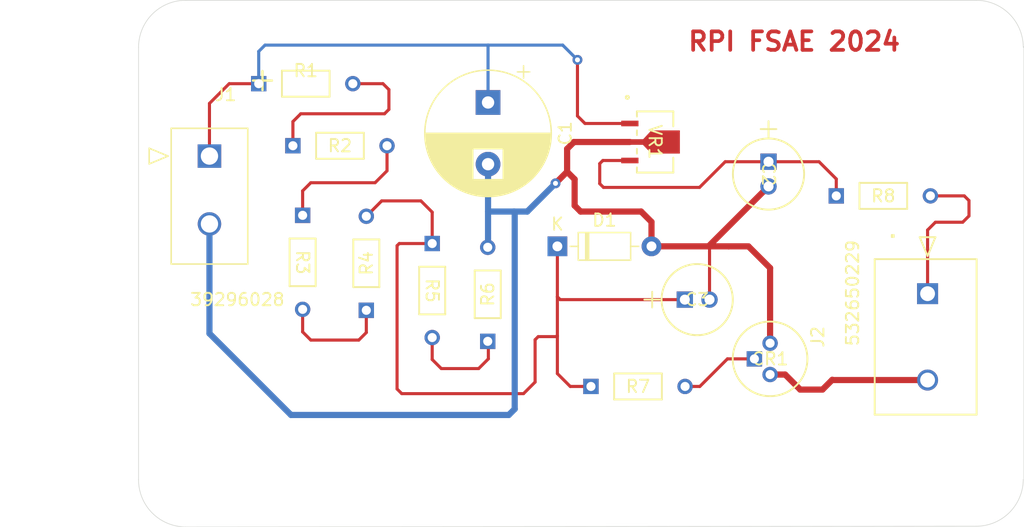
<source format=kicad_pcb>
(kicad_pcb (version 20221018) (generator pcbnew)
  (layers (0 "F.Cu" signal) (31 "B.Cu" signal) (34 "B.Paste" user) (35 "F.Paste" user) (36 "B.SilkS" user "B.Silkscreen") (37 "F.SilkS" user "F.Silkscreen") (38 "B.Mask" user) (39 "F.Mask" user) (44 "Edge.Cuts" user))
  (net 0 "")
  (footprint "TSAL-HVM:STA_RNMF14_STP" (layer "F.Cu") (at 120.572123 95.300323 -90)
    (fp_text reference "R3" (at 3.81 0 -90 unlocked) (layer "F.SilkS"))
    (fp_text value "240K")
    (fp_line (start 1.8796 -1.0541) (end 1.8796 1.0541) (stroke (width 0.1524)) (layer "F.SilkS"))
    (fp_line (start 1.8796 1.0541) (end 5.7404 1.0541) (stroke (width 0.1524)) (layer "F.SilkS"))
    (fp_line (start 5.7404 -1.0541) (end 1.8796 -1.0541) (stroke (width 0.1524)) (layer "F.SilkS"))
    (fp_line (start 5.7404 1.0541) (end 5.7404 -1.0541) (stroke (width 0.1524)) (layer "F.SilkS"))
    (pad "1" thru_hole rect (at 0 0 270) (size 1.2446 1.2446) (drill 0.7366) (layers "*.Cu" "*.Mask"))
    (pad "2" thru_hole circle (at 7.62 0 270) (size 1.2446 1.2446) (drill 0.7366) (layers "*.Cu" "*.Mask"))
  )
  (footprint "TSAL-HVM:CAP_WCAP-ATG5_5x11_WRE" (layer "F.Cu") (at 151.515923 102.132923)
    (fp_text reference "C3" (at 1 0 unlocked) (layer "F.SilkS"))
    (fp_text value "22UF")
    (fp_line (start -3.2799 0) (end -2.0099 0) (stroke (width 0.1524)) (layer "F.SilkS"))
    (fp_line (start -2.6449 -0.635) (end -2.6449 0.635) (stroke (width 0.1524)) (layer "F.SilkS"))
    (fp_circle (center 1 0) (end 3.8829 0) (stroke (width 0.1524)) (fill none) (layer "F.SilkS"))
    (pad "1" thru_hole rect (at 0 0) (size 1.3208 1.3208) (drill 0.8128) (layers "*.Cu" "*.Mask"))
    (pad "2" thru_hole circle (at 2 0) (size 1.3208 1.3208) (drill 0.8128) (layers "*.Cu" "*.Mask"))
  )
  (footprint "Diode_THT:D_DO-35_SOD27_P7.62mm_Horizontal" (layer "F.Cu") (at 141.196923 97.814923)
    (fp_text reference "D1" (at 3.81 -2.12) (layer "F.SilkS"))
    (fp_text value "1N5226BTR")
    (fp_text user "K" (at 0 -1.8) (layer "F.SilkS"))
    (fp_line (start 1.04 0) (end 1.69 0) (stroke (width 0.12)) (layer "F.SilkS"))
    (fp_line (start 1.69 -1.12) (end 1.69 1.12) (stroke (width 0.12)) (layer "F.SilkS"))
    (fp_line (start 1.69 1.12) (end 5.93 1.12) (stroke (width 0.12)) (layer "F.SilkS"))
    (fp_line (start 2.29 -1.12) (end 2.29 1.12) (stroke (width 0.12)) (layer "F.SilkS"))
    (fp_line (start 2.41 -1.12) (end 2.41 1.12) (stroke (width 0.12)) (layer "F.SilkS"))
    (fp_line (start 2.53 -1.12) (end 2.53 1.12) (stroke (width 0.12)) (layer "F.SilkS"))
    (fp_line (start 5.93 -1.12) (end 1.69 -1.12) (stroke (width 0.12)) (layer "F.SilkS"))
    (fp_line (start 5.93 1.12) (end 5.93 -1.12) (stroke (width 0.12)) (layer "F.SilkS"))
    (fp_line (start 6.58 0) (end 5.93 0) (stroke (width 0.12)) (layer "F.SilkS"))
    (pad "1" thru_hole rect (at 0 0) (size 1.6 1.6) (drill 0.8) (layers "*.Cu" "*.Mask"))
    (pad "2" thru_hole oval (at 7.62 0) (size 1.6 1.6) (drill 0.8) (layers "*.Cu" "*.Mask"))
  )
  (footprint "TSAL-HVM:STA_RNMF14_STP" (layer "F.Cu") (at 119.784723 89.661523)
    (fp_text reference "R2" (at 3.81 0 unlocked) (layer "F.SilkS"))
    (fp_text value "240K")
    (fp_line (start 1.8796 -1.0541) (end 1.8796 1.0541) (stroke (width 0.1524)) (layer "F.SilkS"))
    (fp_line (start 1.8796 1.0541) (end 5.7404 1.0541) (stroke (width 0.1524)) (layer "F.SilkS"))
    (fp_line (start 5.7404 -1.0541) (end 1.8796 -1.0541) (stroke (width 0.1524)) (layer "F.SilkS"))
    (fp_line (start 5.7404 1.0541) (end 5.7404 -1.0541) (stroke (width 0.1524)) (layer "F.SilkS"))
    (pad "1" thru_hole rect (at 0 0) (size 1.2446 1.2446) (drill 0.7366) (layers "*.Cu" "*.Mask"))
    (pad "2" thru_hole circle (at 7.62 0) (size 1.2446 1.2446) (drill 0.7366) (layers "*.Cu" "*.Mask"))
  )
  (footprint "TSAL-HVM:SOT-89-3_2P7X4P7_ONS-L" (layer "F.Cu") (at 149.109023 89.358123 -90)
    (fp_text reference "VR1" (at 0 0 -90 unlocked) (layer "F.SilkS"))
    (fp_text value "NCP785AH33T1G")
    (fp_poly (pts (xy -0.2286 1.3462) (xy -0.2286 0.9652) (xy -0.9398 0.3048) (xy -0.9398 -2.0066) (xy 0.9398 -2.0066) (xy 0.9398 0.3048) (xy 0.2286 0.9906) (xy 0.2286 1.3462)) (fill solid) (layer "F.Cu"))
    (fp_line (start -2.4765 -1.4732) (end -2.4765 1.4732) (stroke (width 0.1524)) (layer "F.SilkS"))
    (fp_line (start -2.4765 1.4732) (end -2.06134 1.4732) (stroke (width 0.1524)) (layer "F.SilkS"))
    (fp_line (start -1.27254 -1.4732) (end -2.4765 -1.4732) (stroke (width 0.1524)) (layer "F.SilkS"))
    (fp_line (start -0.93866 1.4732) (end -0.56134 1.4732) (stroke (width 0.1524)) (layer "F.SilkS"))
    (fp_line (start 0.56134 1.4732) (end 0.93866 1.4732) (stroke (width 0.1524)) (layer "F.SilkS"))
    (fp_line (start 2.06134 1.4732) (end 2.4765 1.4732) (stroke (width 0.1524)) (layer "F.SilkS"))
    (fp_line (start 2.4765 -1.4732) (end 1.27254 -1.4732) (stroke (width 0.1524)) (layer "F.SilkS"))
    (fp_line (start 2.4765 1.4732) (end 2.4765 -1.4732) (stroke (width 0.1524)) (layer "F.SilkS"))
    (fp_circle (center -3.6195 2.2479) (end -3.4925 2.2479) (stroke (width 0.1524)) (fill none) (layer "F.SilkS"))
    (pad "1" smd rect (at -1.5 2.0447 270) (size 0.4572 1.397) (layers "F.Cu" "F.Paste" "F.Mask"))
    (pad "2" smd rect (at 0 2.0447 270) (size 0.4572 1.397) (layers "F.Cu" "F.Paste" "F.Mask"))
    (pad "3" smd rect (at 1.5 2.0447 270) (size 0.4572 1.397) (layers "F.Cu" "F.Paste" "F.Mask"))
  )
  (footprint "TSAL-HVM:STA_RNMF14_STP" (layer "F.Cu") (at 143.914723 109.168723)
    (fp_text reference "R7" (at 3.81 0 unlocked) (layer "F.SilkS"))
    (fp_text value "10K")
    (fp_line (start 1.8796 -1.0541) (end 1.8796 1.0541) (stroke (width 0.1524)) (layer "F.SilkS"))
    (fp_line (start 1.8796 1.0541) (end 5.7404 1.0541) (stroke (width 0.1524)) (layer "F.SilkS"))
    (fp_line (start 5.7404 -1.0541) (end 1.8796 -1.0541) (stroke (width 0.1524)) (layer "F.SilkS"))
    (fp_line (start 5.7404 1.0541) (end 5.7404 -1.0541) (stroke (width 0.1524)) (layer "F.SilkS"))
    (pad "1" thru_hole rect (at 0 0) (size 1.2446 1.2446) (drill 0.7366) (layers "*.Cu" "*.Mask"))
    (pad "2" thru_hole circle (at 7.62 0) (size 1.2446 1.2446) (drill 0.7366) (layers "*.Cu" "*.Mask"))
  )
  (footprint "TSAL-HVM:STA_RNMF14_STP" (layer "F.Cu") (at 135.558123 105.511123 90)
    (fp_text reference "R6" (at 3.81 0 90 unlocked) (layer "F.SilkS"))
    (fp_text value "1K")
    (fp_line (start 1.8796 -1.0541) (end 1.8796 1.0541) (stroke (width 0.1524)) (layer "F.SilkS"))
    (fp_line (start 1.8796 1.0541) (end 5.7404 1.0541) (stroke (width 0.1524)) (layer "F.SilkS"))
    (fp_line (start 5.7404 -1.0541) (end 1.8796 -1.0541) (stroke (width 0.1524)) (layer "F.SilkS"))
    (fp_line (start 5.7404 1.0541) (end 5.7404 -1.0541) (stroke (width 0.1524)) (layer "F.SilkS"))
    (pad "1" thru_hole rect (at 0 0 90) (size 1.2446 1.2446) (drill 0.7366) (layers "*.Cu" "*.Mask"))
    (pad "2" thru_hole circle (at 7.62 0 90) (size 1.2446 1.2446) (drill 0.7366) (layers "*.Cu" "*.Mask"))
  )
  (footprint "TSAL-HVM:STA_RNMF14_STP" (layer "F.Cu") (at 125.728323 102.996523 90)
    (fp_text reference "R4" (at 3.81 0 90 unlocked) (layer "F.SilkS"))
    (fp_text value "240K")
    (fp_line (start 1.8796 -1.0541) (end 1.8796 1.0541) (stroke (width 0.1524)) (layer "F.SilkS"))
    (fp_line (start 1.8796 1.0541) (end 5.7404 1.0541) (stroke (width 0.1524)) (layer "F.SilkS"))
    (fp_line (start 5.7404 -1.0541) (end 1.8796 -1.0541) (stroke (width 0.1524)) (layer "F.SilkS"))
    (fp_line (start 5.7404 1.0541) (end 5.7404 -1.0541) (stroke (width 0.1524)) (layer "F.SilkS"))
    (pad "1" thru_hole rect (at 0 0 90) (size 1.2446 1.2446) (drill 0.7366) (layers "*.Cu" "*.Mask"))
    (pad "2" thru_hole circle (at 7.62 0 90) (size 1.2446 1.2446) (drill 0.7366) (layers "*.Cu" "*.Mask"))
  )
  (footprint "TSAL-HVM:STA_RNMF14_STP" (layer "F.Cu") (at 131.062323 97.586323 -90)
    (fp_text reference "R5" (at 3.81 0 -90 unlocked) (layer "F.SilkS"))
    (fp_text value "20K")
    (fp_line (start 1.8796 -1.0541) (end 1.8796 1.0541) (stroke (width 0.1524)) (layer "F.SilkS"))
    (fp_line (start 1.8796 1.0541) (end 5.7404 1.0541) (stroke (width 0.1524)) (layer "F.SilkS"))
    (fp_line (start 5.7404 -1.0541) (end 1.8796 -1.0541) (stroke (width 0.1524)) (layer "F.SilkS"))
    (fp_line (start 5.7404 1.0541) (end 5.7404 -1.0541) (stroke (width 0.1524)) (layer "F.SilkS"))
    (pad "1" thru_hole rect (at 0 0 270) (size 1.2446 1.2446) (drill 0.7366) (layers "*.Cu" "*.Mask"))
    (pad "2" thru_hole circle (at 7.62 0 270) (size 1.2446 1.2446) (drill 0.7366) (layers "*.Cu" "*.Mask"))
  )
  (footprint "TSAL-HVM:STA_RNMF14_STP" (layer "F.Cu") (at 117.016123 84.632323)
    (fp_text reference "R1" (at 3.81 -1.0541 unlocked) (layer "F.SilkS"))
    (fp_text value "240K")
    (fp_line (start 1.8796 -1.0541) (end 1.8796 1.0541) (stroke (width 0.1524)) (layer "F.SilkS"))
    (fp_line (start 1.8796 1.0541) (end 5.7404 1.0541) (stroke (width 0.1524)) (layer "F.SilkS"))
    (fp_line (start 5.7404 -1.0541) (end 1.8796 -1.0541) (stroke (width 0.1524)) (layer "F.SilkS"))
    (fp_line (start 5.7404 1.0541) (end 5.7404 -1.0541) (stroke (width 0.1524)) (layer "F.SilkS"))
    (pad "1" thru_hole rect (at 0 0) (size 1.2446 1.2446) (drill 0.7366) (layers "*.Cu" "*.Mask"))
    (pad "2" thru_hole circle (at 7.62 0) (size 1.2446 1.2446) (drill 0.7366) (layers "*.Cu" "*.Mask"))
  )
  (footprint "TSAL-HVM:CAP_WCAP-ATG5_5x11_WRE" (layer "F.Cu") (at 158.291123 90.956923 -90)
    (fp_text reference "C2" (at 1 0 -90 unlocked) (layer "F.SilkS"))
    (fp_text value "22UF")
    (fp_line (start -3.2799 0) (end -2.0099 0) (stroke (width 0.1524)) (layer "F.SilkS"))
    (fp_line (start -2.6449 -0.635) (end -2.6449 0.635) (stroke (width 0.1524)) (layer "F.SilkS"))
    (fp_circle (center 1 0) (end 3.8829 0) (stroke (width 0.1524)) (fill none) (layer "F.SilkS"))
    (pad "1" thru_hole rect (at 0 0 270) (size 1.3208 1.3208) (drill 0.8128) (layers "*.Cu" "*.Mask"))
    (pad "2" thru_hole circle (at 2 0 270) (size 1.3208 1.3208) (drill 0.8128) (layers "*.Cu" "*.Mask"))
  )
  (footprint "TSAL-HVM:CON_532650229_MOL" (layer "F.Cu") (at 171.168923 101.650323 90)
    (fp_text reference "J2" (at -3.499988 -8.89 90 unlocked) (layer "F.SilkS"))
    (fp_text value "532650229")
    (fp_text user "532650229" (at 0.050323 -6.068923 90 unlocked) (layer "F.SilkS"))
    (fp_line (start -9.799975 -4.280002) (end -9.799975 3.97) (stroke (width 0.1524)) (layer "F.SilkS"))
    (fp_line (start -9.799975 3.97) (end 2.799999 3.97) (stroke (width 0.1524)) (layer "F.SilkS"))
    (fp_line (start 2.799999 -4.280002) (end -9.799975 -4.280002) (stroke (width 0.1524)) (layer "F.SilkS"))
    (fp_line (start 2.799999 3.97) (end 2.799999 -4.280002) (stroke (width 0.1524)) (layer "F.SilkS"))
    (fp_line (start 3.053999 0) (end 4.578 -0.635) (stroke (width 0.1524)) (layer "F.SilkS"))
    (fp_line (start 4.578 -0.635) (end 4.578 0.635) (stroke (width 0.1524)) (layer "F.SilkS"))
    (fp_line (start 4.578 0.635) (end 3.053999 0) (stroke (width 0.1524)) (layer "F.SilkS"))
    (pad "1" thru_hole rect (at 0 0 90) (size 1.7 1.7) (drill 1.2) (layers "*.Cu" "*.Mask"))
    (pad "2" thru_hole circle (at -6.999999 0 90) (size 1.7 1.7) (drill 1.2) (layers "*.Cu" "*.Mask"))
  )
  (footprint "TSAL-HVM:TO-18_STM" (layer "F.Cu") (at 157.148123 106.933523)
    (fp_text reference "CR1" (at 1.27 0 unlocked) (layer "F.SilkS"))
    (fp_text value "2N2222A")
    (fp_circle (center 1.27 0) (end 4.2926 0) (stroke (width 0.1524)) (fill none) (layer "F.SilkS"))
    (pad "1" thru_hole rect (at 0 0) (size 1.2446 1.2446) (drill 0.7366) (layers "*.Cu" "*.Mask"))
    (pad "2" thru_hole circle (at 1.27 1.27) (size 1.2446 1.2446) (drill 0.7366) (layers "*.Cu" "*.Mask"))
    (pad "3" thru_hole circle (at 1.27 -1.27) (size 1.2446 1.2446) (drill 0.7366) (layers "*.Cu" "*.Mask"))
  )
  (footprint "Capacitor_THT:CP_Radial_D10.0mm_P5.00mm" (layer "F.Cu") (at 135.583523 86.156323 -90)
    (fp_text reference "C1" (at 2.5 -6.25 90) (layer "F.SilkS"))
    (fp_text value "2.2UF")
    (fp_line (start -2.979646 -2.875) (end -1.979646 -2.875) (stroke (width 0.12)) (layer "F.SilkS"))
    (fp_line (start -2.479646 -3.375) (end -2.479646 -2.375) (stroke (width 0.12)) (layer "F.SilkS"))
    (fp_line (start 2.5 -5.08) (end 2.5 5.08) (stroke (width 0.12)) (layer "F.SilkS"))
    (fp_line (start 2.54 -5.08) (end 2.54 5.08) (stroke (width 0.12)) (layer "F.SilkS"))
    (fp_line (start 2.58 -5.08) (end 2.58 5.08) (stroke (width 0.12)) (layer "F.SilkS"))
    (fp_line (start 2.62 -5.079) (end 2.62 5.079) (stroke (width 0.12)) (layer "F.SilkS"))
    (fp_line (start 2.66 -5.078) (end 2.66 5.078) (stroke (width 0.12)) (layer "F.SilkS"))
    (fp_line (start 2.7 -5.077) (end 2.7 5.077) (stroke (width 0.12)) (layer "F.SilkS"))
    (fp_line (start 2.74 -5.075) (end 2.74 5.075) (stroke (width 0.12)) (layer "F.SilkS"))
    (fp_line (start 2.78 -5.073) (end 2.78 5.073) (stroke (width 0.12)) (layer "F.SilkS"))
    (fp_line (start 2.82 -5.07) (end 2.82 5.07) (stroke (width 0.12)) (layer "F.SilkS"))
    (fp_line (start 2.86 -5.068) (end 2.86 5.068) (stroke (width 0.12)) (layer "F.SilkS"))
    (fp_line (start 2.9 -5.065) (end 2.9 5.065) (stroke (width 0.12)) (layer "F.SilkS"))
    (fp_line (start 2.94 -5.062) (end 2.94 5.062) (stroke (width 0.12)) (layer "F.SilkS"))
    (fp_line (start 2.98 -5.058) (end 2.98 5.058) (stroke (width 0.12)) (layer "F.SilkS"))
    (fp_line (start 3.02 -5.054) (end 3.02 5.054) (stroke (width 0.12)) (layer "F.SilkS"))
    (fp_line (start 3.06 -5.05) (end 3.06 5.05) (stroke (width 0.12)) (layer "F.SilkS"))
    (fp_line (start 3.1 -5.045) (end 3.1 5.045) (stroke (width 0.12)) (layer "F.SilkS"))
    (fp_line (start 3.14 -5.04) (end 3.14 5.04) (stroke (width 0.12)) (layer "F.SilkS"))
    (fp_line (start 3.18 -5.035) (end 3.18 5.035) (stroke (width 0.12)) (layer "F.SilkS"))
    (fp_line (start 3.221 -5.03) (end 3.221 5.03) (stroke (width 0.12)) (layer "F.SilkS"))
    (fp_line (start 3.261 -5.024) (end 3.261 5.024) (stroke (width 0.12)) (layer "F.SilkS"))
    (fp_line (start 3.301 -5.018) (end 3.301 5.018) (stroke (width 0.12)) (layer "F.SilkS"))
    (fp_line (start 3.341 -5.011) (end 3.341 5.011) (stroke (width 0.12)) (layer "F.SilkS"))
    (fp_line (start 3.381 -5.004) (end 3.381 5.004) (stroke (width 0.12)) (layer "F.SilkS"))
    (fp_line (start 3.421 -4.997) (end 3.421 4.997) (stroke (width 0.12)) (layer "F.SilkS"))
    (fp_line (start 3.461 -4.99) (end 3.461 4.99) (stroke (width 0.12)) (layer "F.SilkS"))
    (fp_line (start 3.501 -4.982) (end 3.501 4.982) (stroke (width 0.12)) (layer "F.SilkS"))
    (fp_line (start 3.541 -4.974) (end 3.541 4.974) (stroke (width 0.12)) (layer "F.SilkS"))
    (fp_line (start 3.581 -4.965) (end 3.581 4.965) (stroke (width 0.12)) (layer "F.SilkS"))
    (fp_line (start 3.621 -4.956) (end 3.621 4.956) (stroke (width 0.12)) (layer "F.SilkS"))
    (fp_line (start 3.661 -4.947) (end 3.661 4.947) (stroke (width 0.12)) (layer "F.SilkS"))
    (fp_line (start 3.701 -4.938) (end 3.701 4.938) (stroke (width 0.12)) (layer "F.SilkS"))
    (fp_line (start 3.741 -4.928) (end 3.741 4.928) (stroke (width 0.12)) (layer "F.SilkS"))
    (fp_line (start 3.781 -4.918) (end 3.781 -1.241) (stroke (width 0.12)) (layer "F.SilkS"))
    (fp_line (start 3.781 1.241) (end 3.781 4.918) (stroke (width 0.12)) (layer "F.SilkS"))
    (fp_line (start 3.821 -4.907) (end 3.821 -1.241) (stroke (width 0.12)) (layer "F.SilkS"))
    (fp_line (start 3.821 1.241) (end 3.821 4.907) (stroke (width 0.12)) (layer "F.SilkS"))
    (fp_line (start 3.861 -4.897) (end 3.861 -1.241) (stroke (width 0.12)) (layer "F.SilkS"))
    (fp_line (start 3.861 1.241) (end 3.861 4.897) (stroke (width 0.12)) (layer "F.SilkS"))
    (fp_line (start 3.901 -4.885) (end 3.901 -1.241) (stroke (width 0.12)) (layer "F.SilkS"))
    (fp_line (start 3.901 1.241) (end 3.901 4.885) (stroke (width 0.12)) (layer "F.SilkS"))
    (fp_line (start 3.941 -4.874) (end 3.941 -1.241) (stroke (width 0.12)) (layer "F.SilkS"))
    (fp_line (start 3.941 1.241) (end 3.941 4.874) (stroke (width 0.12)) (layer "F.SilkS"))
    (fp_line (start 3.981 -4.862) (end 3.981 -1.241) (stroke (width 0.12)) (layer "F.SilkS"))
    (fp_line (start 3.981 1.241) (end 3.981 4.862) (stroke (width 0.12)) (layer "F.SilkS"))
    (fp_line (start 4.021 -4.85) (end 4.021 -1.241) (stroke (width 0.12)) (layer "F.SilkS"))
    (fp_line (start 4.021 1.241) (end 4.021 4.85) (stroke (width 0.12)) (layer "F.SilkS"))
    (fp_line (start 4.061 -4.837) (end 4.061 -1.241) (stroke (width 0.12)) (layer "F.SilkS"))
    (fp_line (start 4.061 1.241) (end 4.061 4.837) (stroke (width 0.12)) (layer "F.SilkS"))
    (fp_line (start 4.101 -4.824) (end 4.101 -1.241) (stroke (width 0.12)) (layer "F.SilkS"))
    (fp_line (start 4.101 1.241) (end 4.101 4.824) (stroke (width 0.12)) (layer "F.SilkS"))
    (fp_line (start 4.141 -4.811) (end 4.141 -1.241) (stroke (width 0.12)) (layer "F.SilkS"))
    (fp_line (start 4.141 1.241) (end 4.141 4.811) (stroke (width 0.12)) (layer "F.SilkS"))
    (fp_line (start 4.181 -4.797) (end 4.181 -1.241) (stroke (width 0.12)) (layer "F.SilkS"))
    (fp_line (start 4.181 1.241) (end 4.181 4.797) (stroke (width 0.12)) (layer "F.SilkS"))
    (fp_line (start 4.221 -4.783) (end 4.221 -1.241) (stroke (width 0.12)) (layer "F.SilkS"))
    (fp_line (start 4.221 1.241) (end 4.221 4.783) (stroke (width 0.12)) (layer "F.SilkS"))
    (fp_line (start 4.261 -4.768) (end 4.261 -1.241) (stroke (width 0.12)) (layer "F.SilkS"))
    (fp_line (start 4.261 1.241) (end 4.261 4.768) (stroke (width 0.12)) (layer "F.SilkS"))
    (fp_line (start 4.301 -4.754) (end 4.301 -1.241) (stroke (width 0.12)) (layer "F.SilkS"))
    (fp_line (start 4.301 1.241) (end 4.301 4.754) (stroke (width 0.12)) (layer "F.SilkS"))
    (fp_line (start 4.341 -4.738) (end 4.341 -1.241) (stroke (width 0.12)) (layer "F.SilkS"))
    (fp_line (start 4.341 1.241) (end 4.341 4.738) (stroke (width 0.12)) (layer "F.SilkS"))
    (fp_line (start 4.381 -4.723) (end 4.381 -1.241) (stroke (width 0.12)) (layer "F.SilkS"))
    (fp_line (start 4.381 1.241) (end 4.381 4.723) (stroke (width 0.12)) (layer "F.SilkS"))
    (fp_line (start 4.421 -4.707) (end 4.421 -1.241) (stroke (width 0.12)) (layer "F.SilkS"))
    (fp_line (start 4.421 1.241) (end 4.421 4.707) (stroke (width 0.12)) (layer "F.SilkS"))
    (fp_line (start 4.461 -4.69) (end 4.461 -1.241) (stroke (width 0.12)) (layer "F.SilkS"))
    (fp_line (start 4.461 1.241) (end 4.461 4.69) (stroke (width 0.12)) (layer "F.SilkS"))
    (fp_line (start 4.501 -4.674) (end 4.501 -1.241) (stroke (width 0.12)) (layer "F.SilkS"))
    (fp_line (start 4.501 1.241) (end 4.501 4.674) (stroke (width 0.12)) (layer "F.SilkS"))
    (fp_line (start 4.541 -4.657) (end 4.541 -1.241) (stroke (width 0.12)) (layer "F.SilkS"))
    (fp_line (start 4.541 1.241) (end 4.541 4.657) (stroke (width 0.12)) (layer "F.SilkS"))
    (fp_line (start 4.581 -4.639) (end 4.581 -1.241) (stroke (width 0.12)) (layer "F.SilkS"))
    (fp_line (start 4.581 1.241) (end 4.581 4.639) (stroke (width 0.12)) (layer "F.SilkS"))
    (fp_line (start 4.621 -4.621) (end 4.621 -1.241) (stroke (width 0.12)) (layer "F.SilkS"))
    (fp_line (start 4.621 1.241) (end 4.621 4.621) (stroke (width 0.12)) (layer "F.SilkS"))
    (fp_line (start 4.661 -4.603) (end 4.661 -1.241) (stroke (width 0.12)) (layer "F.SilkS"))
    (fp_line (start 4.661 1.241) (end 4.661 4.603) (stroke (width 0.12)) (layer "F.SilkS"))
    (fp_line (start 4.701 -4.584) (end 4.701 -1.241) (stroke (width 0.12)) (layer "F.SilkS"))
    (fp_line (start 4.701 1.241) (end 4.701 4.584) (stroke (width 0.12)) (layer "F.SilkS"))
    (fp_line (start 4.741 -4.564) (end 4.741 -1.241) (stroke (width 0.12)) (layer "F.SilkS"))
    (fp_line (start 4.741 1.241) (end 4.741 4.564) (stroke (width 0.12)) (layer "F.SilkS"))
    (fp_line (start 4.781 -4.545) (end 4.781 -1.241) (stroke (width 0.12)) (layer "F.SilkS"))
    (fp_line (start 4.781 1.241) (end 4.781 4.545) (stroke (width 0.12)) (layer "F.SilkS"))
    (fp_line (start 4.821 -4.525) (end 4.821 -1.241) (stroke (width 0.12)) (layer "F.SilkS"))
    (fp_line (start 4.821 1.241) (end 4.821 4.525) (stroke (width 0.12)) (layer "F.SilkS"))
    (fp_line (start 4.861 -4.504) (end 4.861 -1.241) (stroke (width 0.12)) (layer "F.SilkS"))
    (fp_line (start 4.861 1.241) (end 4.861 4.504) (stroke (width 0.12)) (layer "F.SilkS"))
    (fp_line (start 4.901 -4.483) (end 4.901 -1.241) (stroke (width 0.12)) (layer "F.SilkS"))
    (fp_line (start 4.901 1.241) (end 4.901 4.483) (stroke (width 0.12)) (layer "F.SilkS"))
    (fp_line (start 4.941 -4.462) (end 4.941 -1.241) (stroke (width 0.12)) (layer "F.SilkS"))
    (fp_line (start 4.941 1.241) (end 4.941 4.462) (stroke (width 0.12)) (layer "F.SilkS"))
    (fp_line (start 4.981 -4.44) (end 4.981 -1.241) (stroke (width 0.12)) (layer "F.SilkS"))
    (fp_line (start 4.981 1.241) (end 4.981 4.44) (stroke (width 0.12)) (layer "F.SilkS"))
    (fp_line (start 5.021 -4.417) (end 5.021 -1.241) (stroke (width 0.12)) (layer "F.SilkS"))
    (fp_line (start 5.021 1.241) (end 5.021 4.417) (stroke (width 0.12)) (layer "F.SilkS"))
    (fp_line (start 5.061 -4.395) (end 5.061 -1.241) (stroke (width 0.12)) (layer "F.SilkS"))
    (fp_line (start 5.061 1.241) (end 5.061 4.395) (stroke (width 0.12)) (layer "F.SilkS"))
    (fp_line (start 5.101 -4.371) (end 5.101 -1.241) (stroke (width 0.12)) (layer "F.SilkS"))
    (fp_line (start 5.101 1.241) (end 5.101 4.371) (stroke (width 0.12)) (layer "F.SilkS"))
    (fp_line (start 5.141 -4.347) (end 5.141 -1.241) (stroke (width 0.12)) (layer "F.SilkS"))
    (fp_line (start 5.141 1.241) (end 5.141 4.347) (stroke (width 0.12)) (layer "F.SilkS"))
    (fp_line (start 5.181 -4.323) (end 5.181 -1.241) (stroke (width 0.12)) (layer "F.SilkS"))
    (fp_line (start 5.181 1.241) (end 5.181 4.323) (stroke (width 0.12)) (layer "F.SilkS"))
    (fp_line (start 5.221 -4.298) (end 5.221 -1.241) (stroke (width 0.12)) (layer "F.SilkS"))
    (fp_line (start 5.221 1.241) (end 5.221 4.298) (stroke (width 0.12)) (layer "F.SilkS"))
    (fp_line (start 5.261 -4.273) (end 5.261 -1.241) (stroke (width 0.12)) (layer "F.SilkS"))
    (fp_line (start 5.261 1.241) (end 5.261 4.273) (stroke (width 0.12)) (layer "F.SilkS"))
    (fp_line (start 5.301 -4.247) (end 5.301 -1.241) (stroke (width 0.12)) (layer "F.SilkS"))
    (fp_line (start 5.301 1.241) (end 5.301 4.247) (stroke (width 0.12)) (layer "F.SilkS"))
    (fp_line (start 5.341 -4.221) (end 5.341 -1.241) (stroke (width 0.12)) (layer "F.SilkS"))
    (fp_line (start 5.341 1.241) (end 5.341 4.221) (stroke (width 0.12)) (layer "F.SilkS"))
    (fp_line (start 5.381 -4.194) (end 5.381 -1.241) (stroke (width 0.12)) (layer "F.SilkS"))
    (fp_line (start 5.381 1.241) (end 5.381 4.194) (stroke (width 0.12)) (layer "F.SilkS"))
    (fp_line (start 5.421 -4.166) (end 5.421 -1.241) (stroke (width 0.12)) (layer "F.SilkS"))
    (fp_line (start 5.421 1.241) (end 5.421 4.166) (stroke (width 0.12)) (layer "F.SilkS"))
    (fp_line (start 5.461 -4.138) (end 5.461 -1.241) (stroke (width 0.12)) (layer "F.SilkS"))
    (fp_line (start 5.461 1.241) (end 5.461 4.138) (stroke (width 0.12)) (layer "F.SilkS"))
    (fp_line (start 5.501 -4.11) (end 5.501 -1.241) (stroke (width 0.12)) (layer "F.SilkS"))
    (fp_line (start 5.501 1.241) (end 5.501 4.11) (stroke (width 0.12)) (layer "F.SilkS"))
    (fp_line (start 5.541 -4.08) (end 5.541 -1.241) (stroke (width 0.12)) (layer "F.SilkS"))
    (fp_line (start 5.541 1.241) (end 5.541 4.08) (stroke (width 0.12)) (layer "F.SilkS"))
    (fp_line (start 5.581 -4.05) (end 5.581 -1.241) (stroke (width 0.12)) (layer "F.SilkS"))
    (fp_line (start 5.581 1.241) (end 5.581 4.05) (stroke (width 0.12)) (layer "F.SilkS"))
    (fp_line (start 5.621 -4.02) (end 5.621 -1.241) (stroke (width 0.12)) (layer "F.SilkS"))
    (fp_line (start 5.621 1.241) (end 5.621 4.02) (stroke (width 0.12)) (layer "F.SilkS"))
    (fp_line (start 5.661 -3.989) (end 5.661 -1.241) (stroke (width 0.12)) (layer "F.SilkS"))
    (fp_line (start 5.661 1.241) (end 5.661 3.989) (stroke (width 0.12)) (layer "F.SilkS"))
    (fp_line (start 5.701 -3.957) (end 5.701 -1.241) (stroke (width 0.12)) (layer "F.SilkS"))
    (fp_line (start 5.701 1.241) (end 5.701 3.957) (stroke (width 0.12)) (layer "F.SilkS"))
    (fp_line (start 5.741 -3.925) (end 5.741 -1.241) (stroke (width 0.12)) (layer "F.SilkS"))
    (fp_line (start 5.741 1.241) (end 5.741 3.925) (stroke (width 0.12)) (layer "F.SilkS"))
    (fp_line (start 5.781 -3.892) (end 5.781 -1.241) (stroke (width 0.12)) (layer "F.SilkS"))
    (fp_line (start 5.781 1.241) (end 5.781 3.892) (stroke (width 0.12)) (layer "F.SilkS"))
    (fp_line (start 5.821 -3.858) (end 5.821 -1.241) (stroke (width 0.12)) (layer "F.SilkS"))
    (fp_line (start 5.821 1.241) (end 5.821 3.858) (stroke (width 0.12)) (layer "F.SilkS"))
    (fp_line (start 5.861 -3.824) (end 5.861 -1.241) (stroke (width 0.12)) (layer "F.SilkS"))
    (fp_line (start 5.861 1.241) (end 5.861 3.824) (stroke (width 0.12)) (layer "F.SilkS"))
    (fp_line (start 5.901 -3.789) (end 5.901 -1.241) (stroke (width 0.12)) (layer "F.SilkS"))
    (fp_line (start 5.901 1.241) (end 5.901 3.789) (stroke (width 0.12)) (layer "F.SilkS"))
    (fp_line (start 5.941 -3.753) (end 5.941 -1.241) (stroke (width 0.12)) (layer "F.SilkS"))
    (fp_line (start 5.941 1.241) (end 5.941 3.753) (stroke (width 0.12)) (layer "F.SilkS"))
    (fp_line (start 5.981 -3.716) (end 5.981 -1.241) (stroke (width 0.12)) (layer "F.SilkS"))
    (fp_line (start 5.981 1.241) (end 5.981 3.716) (stroke (width 0.12)) (layer "F.SilkS"))
    (fp_line (start 6.021 -3.679) (end 6.021 -1.241) (stroke (width 0.12)) (layer "F.SilkS"))
    (fp_line (start 6.021 1.241) (end 6.021 3.679) (stroke (width 0.12)) (layer "F.SilkS"))
    (fp_line (start 6.061 -3.64) (end 6.061 -1.241) (stroke (width 0.12)) (layer "F.SilkS"))
    (fp_line (start 6.061 1.241) (end 6.061 3.64) (stroke (width 0.12)) (layer "F.SilkS"))
    (fp_line (start 6.101 -3.601) (end 6.101 -1.241) (stroke (width 0.12)) (layer "F.SilkS"))
    (fp_line (start 6.101 1.241) (end 6.101 3.601) (stroke (width 0.12)) (layer "F.SilkS"))
    (fp_line (start 6.141 -3.561) (end 6.141 -1.241) (stroke (width 0.12)) (layer "F.SilkS"))
    (fp_line (start 6.141 1.241) (end 6.141 3.561) (stroke (width 0.12)) (layer "F.SilkS"))
    (fp_line (start 6.181 -3.52) (end 6.181 -1.241) (stroke (width 0.12)) (layer "F.SilkS"))
    (fp_line (start 6.181 1.241) (end 6.181 3.52) (stroke (width 0.12)) (layer "F.SilkS"))
    (fp_line (start 6.221 -3.478) (end 6.221 -1.241) (stroke (width 0.12)) (layer "F.SilkS"))
    (fp_line (start 6.221 1.241) (end 6.221 3.478) (stroke (width 0.12)) (layer "F.SilkS"))
    (fp_line (start 6.261 -3.436) (end 6.261 3.436) (stroke (width 0.12)) (layer "F.SilkS"))
    (fp_line (start 6.301 -3.392) (end 6.301 3.392) (stroke (width 0.12)) (layer "F.SilkS"))
    (fp_line (start 6.341 -3.347) (end 6.341 3.347) (stroke (width 0.12)) (layer "F.SilkS"))
    (fp_line (start 6.381 -3.301) (end 6.381 3.301) (stroke (width 0.12)) (layer "F.SilkS"))
    (fp_line (start 6.421 -3.254) (end 6.421 3.254) (stroke (width 0.12)) (layer "F.SilkS"))
    (fp_line (start 6.461 -3.206) (end 6.461 3.206) (stroke (width 0.12)) (layer "F.SilkS"))
    (fp_line (start 6.501 -3.156) (end 6.501 3.156) (stroke (width 0.12)) (layer "F.SilkS"))
    (fp_line (start 6.541 -3.106) (end 6.541 3.106) (stroke (width 0.12)) (layer "F.SilkS"))
    (fp_line (start 6.581 -3.054) (end 6.581 3.054) (stroke (width 0.12)) (layer "F.SilkS"))
    (fp_line (start 6.621 -3) (end 6.621 3) (stroke (width 0.12)) (layer "F.SilkS"))
    (fp_line (start 6.661 -2.945) (end 6.661 2.945) (stroke (width 0.12)) (layer "F.SilkS"))
    (fp_line (start 6.701 -2.889) (end 6.701 2.889) (stroke (width 0.12)) (layer "F.SilkS"))
    (fp_line (start 6.741 -2.83) (end 6.741 2.83) (stroke (width 0.12)) (layer "F.SilkS"))
    (fp_line (start 6.781 -2.77) (end 6.781 2.77) (stroke (width 0.12)) (layer "F.SilkS"))
    (fp_line (start 6.821 -2.709) (end 6.821 2.709) (stroke (width 0.12)) (layer "F.SilkS"))
    (fp_line (start 6.861 -2.645) (end 6.861 2.645) (stroke (width 0.12)) (layer "F.SilkS"))
    (fp_line (start 6.901 -2.579) (end 6.901 2.579) (stroke (width 0.12)) (layer "F.SilkS"))
    (fp_line (start 6.941 -2.51) (end 6.941 2.51) (stroke (width 0.12)) (layer "F.SilkS"))
    (fp_line (start 6.981 -2.439) (end 6.981 2.439) (stroke (width 0.12)) (layer "F.SilkS"))
    (fp_line (start 7.021 -2.365) (end 7.021 2.365) (stroke (width 0.12)) (layer "F.SilkS"))
    (fp_line (start 7.061 -2.289) (end 7.061 2.289) (stroke (width 0.12)) (layer "F.SilkS"))
    (fp_line (start 7.101 -2.209) (end 7.101 2.209) (stroke (width 0.12)) (layer "F.SilkS"))
    (fp_line (start 7.141 -2.125) (end 7.141 2.125) (stroke (width 0.12)) (layer "F.SilkS"))
    (fp_line (start 7.181 -2.037) (end 7.181 2.037) (stroke (width 0.12)) (layer "F.SilkS"))
    (fp_line (start 7.221 -1.944) (end 7.221 1.944) (stroke (width 0.12)) (layer "F.SilkS"))
    (fp_line (start 7.261 -1.846) (end 7.261 1.846) (stroke (width 0.12)) (layer "F.SilkS"))
    (fp_line (start 7.301 -1.742) (end 7.301 1.742) (stroke (width 0.12)) (layer "F.SilkS"))
    (fp_line (start 7.341 -1.63) (end 7.341 1.63) (stroke (width 0.12)) (layer "F.SilkS"))
    (fp_line (start 7.381 -1.51) (end 7.381 1.51) (stroke (width 0.12)) (layer "F.SilkS"))
    (fp_line (start 7.421 -1.378) (end 7.421 1.378) (stroke (width 0.12)) (layer "F.SilkS"))
    (fp_line (start 7.461 -1.23) (end 7.461 1.23) (stroke (width 0.12)) (layer "F.SilkS"))
    (fp_line (start 7.501 -1.062) (end 7.501 1.062) (stroke (width 0.12)) (layer "F.SilkS"))
    (fp_line (start 7.541 -0.862) (end 7.541 0.862) (stroke (width 0.12)) (layer "F.SilkS"))
    (fp_line (start 7.581 -0.599) (end 7.581 0.599) (stroke (width 0.12)) (layer "F.SilkS"))
    (fp_circle (center 2.5 0) (end 7.62 0) (stroke (width 0.12)) (fill none) (layer "F.SilkS"))
    (pad "1" thru_hole rect (at 0 0 270) (size 2 2) (drill 1) (layers "*.Cu" "*.Mask"))
    (pad "2" thru_hole circle (at 5 0 270) (size 2 2) (drill 1) (layers "*.Cu" "*.Mask"))
  )
  (footprint "TSAL-HVM:STA_RNMF14_STP" (layer "F.Cu") (at 163.777523 93.725523)
    (fp_text reference "R8" (at 3.81 0 unlocked) (layer "F.SilkS"))
    (fp_text value "1K")
    (fp_line (start 1.8796 -1.0541) (end 1.8796 1.0541) (stroke (width 0.1524)) (layer "F.SilkS"))
    (fp_line (start 1.8796 1.0541) (end 5.7404 1.0541) (stroke (width 0.1524)) (layer "F.SilkS"))
    (fp_line (start 5.7404 -1.0541) (end 1.8796 -1.0541) (stroke (width 0.1524)) (layer "F.SilkS"))
    (fp_line (start 5.7404 1.0541) (end 5.7404 -1.0541) (stroke (width 0.1524)) (layer "F.SilkS"))
    (pad "1" thru_hole rect (at 0 0) (size 1.2446 1.2446) (drill 0.7366) (layers "*.Cu" "*.Mask"))
    (pad "2" thru_hole circle (at 7.62 0) (size 1.2446 1.2446) (drill 0.7366) (layers "*.Cu" "*.Mask"))
  )
  (footprint "TSAL-HVM:CON_39296028" (layer "F.Cu") (at 113.028323 90.499723)
    (fp_text reference "J1" (at 1.3208 -4.9784 unlocked) (layer "F.SilkS"))
    (fp_text value "39296028")
    (fp_text user "39296028" (at 2.2606 11.6332 unlocked) (layer "F.SilkS"))
    (fp_line (start -4.877994 -0.635) (end -4.877994 0.635) (stroke (width 0.127)) (layer "F.SilkS"))
    (fp_line (start -4.877994 0.635) (end -3.353994 0) (stroke (width 0.127)) (layer "F.SilkS"))
    (fp_line (start -3.353994 0) (end -4.877994 -0.635) (stroke (width 0.127)) (layer "F.SilkS"))
    (fp_line (start -3.099994 -2.250001) (end -3.099994 8.75) (stroke (width 0.127)) (layer "F.SilkS"))
    (fp_line (start -3.099994 8.75) (end 3.099994 8.75) (stroke (width 0.127)) (layer "F.SilkS"))
    (fp_line (start 3.099994 -2.250001) (end -3.099994 -2.250001) (stroke (width 0.127)) (layer "F.SilkS"))
    (fp_line (start 3.099994 8.75) (end 3.099994 -2.250001) (stroke (width 0.127)) (layer "F.SilkS"))
    (pad "1" thru_hole rect (at 0 0) (size 1.9 1.9) (drill 1.4) (layers "*.Cu" "*.Mask"))
    (pad "2" thru_hole circle (at 0 5.499999) (size 1.9 1.9) (drill 1.4) (layers "*.Cu" "*.Mask"))
  )
  (gr_poly (pts (xy 168.247923 96.875123) (xy 168.451123 96.875123) (xy 168.451123 97.078323) (xy 168.247923 97.078323)) (stroke (width 0.1)) (fill solid) (layer "F.SilkS"))
  (gr_arc (start 178.915923 116.685923) (mid 177.8 119.38) (end 175.105923 120.495923) (stroke (width 0.05)) (layer "Edge.Cuts"))
  (gr_arc (start 111.097923 120.547923) (mid 108.403846 119.432) (end 107.287923 116.737923) (stroke (width 0.05)) (layer "Edge.Cuts"))
  (gr_line (start 178.966723 81.635723) (end 178.966723 116.635723) (stroke (width 0.05)) (layer "Edge.Cuts"))
  (gr_line (start 175.105923 120.495923) (end 111.097923 120.547923) (stroke (width 0.05)) (layer "Edge.Cuts"))
  (gr_arc (start 107.287923 81.685923) (mid 108.403846 78.991846) (end 111.097923 77.875923) (stroke (width 0.05)) (layer "Edge.Cuts"))
  (gr_arc (start 175.105923 77.875923) (mid 177.8 78.991846) (end 178.915923 81.685923) (stroke (width 0.05)) (layer "Edge.Cuts"))
  (gr_line (start 107.287923 116.737923) (end 107.287923 81.685923) (stroke (width 0.05)) (layer "Edge.Cuts"))
  (gr_line (start 111.097923 77.875923) (end 175.105923 77.875923) (stroke (width 0.05)) (layer "Edge.Cuts"))
  (gr_text "RPI FSAE 2024" (at 151.636323 82.092323) (layer "F.Cu") (effects (font (size 1.5 1.5) (thickness 0.3) bold) (justify left bottom)))
  (gr_text "+" (at 117.320923 84.225923) (layer "F.SilkS") (effects (font (size 2 2) (thickness 0.2))))
  (segment (start 156.665523 97.814923) (end 155.065323 97.814923) (width 0.5) (layer "F.Cu") (net 0))
  (segment (start 142.593923 92.379323) (end 141.984323 91.769723) (width 0.5) (layer "F.Cu") (net 0))
  (segment (start 154.785923 90.956923) (end 158.291123 90.956923) (width 0.25) (layer "F.Cu") (net 0))
  (segment (start 174.013723 95.859123) (end 174.521723 95.351123) (width 0.25) (layer "F.Cu") (net 0))
  (segment (start 142.593923 94.512923) (end 142.593923 92.379323) (width 0.5) (layer "F.Cu") (net 0))
  (segment (start 152.703123 93.039723) (end 154.785923 90.956923) (width 0.25) (layer "F.Cu") (net 0))
  (segment (start 147.978723 94.995523) (end 143.076523 94.995523) (width 0.5) (layer "F.Cu") (net 0))
  (segment (start 151.515923 102.132923) (end 141.425523 102.132923) (width 0.25) (layer "F.Cu") (net 0))
  (segment (start 119.784723 87.705723) (end 119.784723 89.661523) (width 0.25) (layer "F.Cu") (net 0))
  (segment (start 128.217523 109.371923) (end 128.598523 109.752923) (width 0.25) (layer "F.Cu") (net 0))
  (segment (start 160.856523 109.422723) (end 159.637323 108.203523) (width 0.5) (layer "F.Cu") (net 0))
  (segment (start 152.728523 109.168723) (end 151.534723 109.168723) (width 0.25) (layer "F.Cu") (net 0))
  (segment (start 141.044523 92.709523) (end 141.984323 91.769723) (width 0.5) (layer "F.Cu") (net 0))
  (segment (start 120.572123 104.749123) (end 121.232523 105.409523) (width 0.25) (layer "F.Cu") (net 0))
  (segment (start 127.557123 86.715123) (end 127.201523 87.070723) (width 0.25) (layer "F.Cu") (net 0))
  (segment (start 141.984323 89.915523) (end 142.541723 89.358123) (width 0.5) (layer "F.Cu") (net 0))
  (segment (start 174.521723 94.106523) (end 174.140723 93.725523) (width 0.25) (layer "F.Cu") (net 0))
  (segment (start 130.147923 94.131923) (end 131.062323 95.046323) (width 0.25) (layer "F.Cu") (net 0))
  (segment (start 121.232523 105.409523) (end 125.118723 105.409523) (width 0.25) (layer "F.Cu") (net 0))
  (segment (start 163.777523 92.353923) (end 163.777523 93.725523) (width 0.25) (layer "F.Cu") (net 0))
  (segment (start 127.404723 89.661523) (end 127.404723 91.693523) (width 0.25) (layer "F.Cu") (net 0))
  (segment (start 141.196923 101.904323) (end 141.196923 97.814923) (width 0.25) (layer "F.Cu") (net 0))
  (segment (start 131.062323 97.586323) (end 128.395323 97.586323) (width 0.25) (layer "F.Cu") (net 0))
  (segment (start 163.462322 108.650322) (end 163.447323 108.635323) (width 0.5) (layer "F.Cu") (net 0))
  (segment (start 159.637323 108.203523) (end 158.418123 108.203523) (width 0.5) (layer "F.Cu") (net 0))
  (segment (start 125.118723 105.409523) (end 125.728323 104.799923) (width 0.25) (layer "F.Cu") (net 0))
  (segment (start 163.447323 108.635323) (end 162.659923 109.422723) (width 0.5) (layer "F.Cu") (net 0))
  (segment (start 139.393523 105.384123) (end 139.647523 105.130123) (width 0.25) (layer "F.Cu") (net 0))
  (segment (start 144.930723 93.039723) (end 152.703123 93.039723) (width 0.25) (layer "F.Cu") (net 0))
  (segment (start 114.628523 84.632323) (end 117.016123 84.632323) (width 0.25) (layer "F.Cu") (net 0))
  (segment (start 144.877123 90.858123) (end 144.625923 91.109323) (width 0.25) (layer "F.Cu") (net 0))
  (segment (start 141.425523 102.132923) (end 141.196923 101.904323) (width 0.25) (layer "F.Cu") (net 0))
  (segment (start 131.798923 107.720923) (end 134.821523 107.720923) (width 0.25) (layer "F.Cu") (net 0))
  (segment (start 153.490523 97.757523) (end 158.291123 92.956923) (width 0.5) (layer "F.Cu") (net 0))
  (segment (start 171.168923 101.650323) (end 171.168923 96.494123) (width 0.25) (layer "F.Cu") (net 0))
  (segment (start 113.028323 90.499723) (end 113.028323 86.232523) (width 0.25) (layer "F.Cu") (net 0))
  (segment (start 126.439523 92.658723) (end 121.232523 92.658723) (width 0.25) (layer "F.Cu") (net 0))
  (segment (start 158.418123 105.663523) (end 158.418123 99.567523) (width 0.5) (layer "F.Cu") (net 0))
  (segment (start 127.201523 87.070723) (end 120.419723 87.070723) (width 0.25) (layer "F.Cu") (net 0))
  (segment (start 155.065323 97.814923) (end 153.490523 97.814923) (width 0.5) (layer "F.Cu") (net 0))
  (segment (start 125.728323 95.376523) (end 126.972923 94.131923) (width 0.25) (layer "F.Cu") (net 0))
  (segment (start 158.291123 90.956923) (end 162.380523 90.956923) (width 0.25) (layer "F.Cu") (net 0))
  (segment (start 128.598523 109.752923) (end 138.453723 109.752923) (width 0.25) (layer "F.Cu") (net 0))
  (segment (start 126.972923 94.131923) (end 130.147923 94.131923) (width 0.25) (layer "F.Cu") (net 0))
  (segment (start 131.062323 105.206323) (end 131.062323 106.984323) (width 0.25) (layer "F.Cu") (net 0))
  (segment (start 141.171523 105.053923) (end 141.196923 105.079323) (width 0.25) (layer "F.Cu") (net 0))
  (segment (start 143.076523 94.995523) (end 142.593923 94.512923) (width 0.5) (layer "F.Cu") (net 0))
  (segment (start 120.419723 87.070723) (end 119.784723 87.705723) (width 0.25) (layer "F.Cu") (net 0))
  (segment (start 154.963723 106.933523) (end 152.728523 109.168723) (width 0.25) (layer "F.Cu") (net 0))
  (segment (start 127.557123 85.114923) (end 127.557123 86.715123) (width 0.25) (layer "F.Cu") (net 0))
  (segment (start 141.984323 91.769723) (end 141.984323 89.915523) (width 0.5) (layer "F.Cu") (net 0))
  (segment (start 127.404723 91.693523) (end 126.439523 92.658723) (width 0.25) (layer "F.Cu") (net 0))
  (segment (start 134.821523 107.720923) (end 135.608923 106.933523) (width 0.25) (layer "F.Cu") (net 0))
  (segment (start 171.133122 108.686123) (end 171.168923 108.650322) (width 0.5) (layer "F.Cu") (net 0))
  (segment (start 141.196923 105.079323) (end 141.196923 101.904323) (width 0.25) (layer "F.Cu") (net 0))
  (segment (start 139.647523 105.130123) (end 141.171523 105.130123) (width 0.25) (layer "F.Cu") (net 0))
  (segment (start 143.432123 87.858123) (end 147.064323 87.858123) (width 0.25) (layer "F.Cu") (net 0))
  (segment (start 142.238323 109.168723) (end 141.196923 108.127323) (width 0.25) (layer "F.Cu") (net 0))
  (segment (start 113.028323 86.232523) (end 114.628523 84.632323) (width 0.25) (layer "F.Cu") (net 0))
  (segment (start 128.395323 97.586323) (end 128.217523 97.764123) (width 0.25) (layer "F.Cu") (net 0))
  (segment (start 125.728323 104.799923) (end 125.728323 102.996523) (width 0.25) (layer "F.Cu") (net 0))
  (segment (start 148.816923 95.833723) (end 147.978723 94.995523) (width 0.5) (layer "F.Cu") (net 0))
  (segment (start 157.148123 106.933523) (end 154.963723 106.933523) (width 0.25) (layer "F.Cu") (net 0))
  (segment (start 138.453723 109.752923) (end 139.393523 108.813123) (width 0.25) (layer "F.Cu") (net 0))
  (segment (start 141.196923 108.127323) (end 141.196923 105.079323) (width 0.25) (layer "F.Cu") (net 0))
  (segment (start 127.074523 84.632323) (end 127.557123 85.114923) (width 0.25) (layer "F.Cu") (net 0))
  (segment (start 162.380523 90.956923) (end 163.777523 92.353923) (width 0.25) (layer "F.Cu") (net 0))
  (segment (start 158.418123 99.567523) (end 156.665523 97.814923) (width 0.5) (layer "F.Cu") (net 0))
  (segment (start 131.062323 95.046323) (end 131.062323 97.586323) (width 0.25) (layer "F.Cu") (net 0))
  (segment (start 162.659923 109.422723) (end 160.856523 109.422723) (width 0.5) (layer "F.Cu") (net 0))
  (segment (start 174.521723 95.351123) (end 174.521723 94.106523) (width 0.25) (layer "F.Cu") (net 0))
  (segment (start 139.393523 108.813123) (end 139.393523 105.384123) (width 0.25) (layer "F.Cu") (net 0))
  (segment (start 157.122723 106.908123) (end 157.148123 106.933523) (width 0.25) (layer "F.Cu") (net 0))
  (segment (start 128.217523 97.764123) (end 128.217523 109.371923) (width 0.25) (layer "F.Cu") (net 0))
  (segment (start 131.062323 106.984323) (end 131.798923 107.720923) (width 0.25) (layer "F.Cu") (net 0))
  (segment (start 153.515923 102.132923) (end 153.515923 97.840323) (width 0.25) (layer "F.Cu") (net 0))
  (segment (start 147.064323 90.858123) (end 144.877123 90.858123) (width 0.25) (layer "F.Cu") (net 0))
  (segment (start 171.397523 101.421723) (end 171.168923 101.650323) (width 0.25) (layer "F.Cu") (net 0))
  (segment (start 142.541723 89.358123) (end 147.064323 89.358123) (width 0.5) (layer "F.Cu") (net 0))
  (segment (start 121.232523 92.658723) (end 120.572123 93.319123) (width 0.25) (layer "F.Cu") (net 0))
  (segment (start 142.822523 82.701923) (end 142.822523 87.248523) (width 0.25) (layer "F.Cu") (net 0))
  (segment (start 135.608923 105.561923) (end 135.558123 105.511123) (width 0.25) (layer "F.Cu") (net 0))
  (segment (start 148.816923 97.814923) (end 148.816923 95.833723) (width 0.5) (layer "F.Cu") (net 0))
  (segment (start 120.572123 93.319123) (end 120.572123 95.300323) (width 0.25) (layer "F.Cu") (net 0))
  (segment (start 171.168923 108.650322) (end 163.462322 108.650322) (width 0.5) (layer "F.Cu") (net 0))
  (segment (start 143.914723 109.168723) (end 142.238323 109.168723) (width 0.25) (layer "F.Cu") (net 0))
  (segment (start 144.625923 91.109323) (end 144.625923 92.734923) (width 0.25) (layer "F.Cu") (net 0))
  (segment (start 174.140723 93.725523) (end 171.397523 93.725523) (width 0.25) (layer "F.Cu") (net 0))
  (segment (start 135.608923 106.933523) (end 135.608923 105.561923) (width 0.25) (layer "F.Cu") (net 0))
  (segment (start 153.490523 97.814923) (end 148.816923 97.814923) (width 0.5) (layer "F.Cu") (net 0))
  (segment (start 142.822523 87.248523) (end 143.432123 87.858123) (width 0.25) (layer "F.Cu") (net 0))
  (segment (start 120.572123 102.920323) (end 120.572123 104.749123) (width 0.25) (layer "F.Cu") (net 0))
  (segment (start 153.515923 97.840323) (end 153.490523 97.814923) (width 0.25) (layer "F.Cu") (net 0))
  (segment (start 171.803923 95.859123) (end 174.013723 95.859123) (width 0.25) (layer "F.Cu") (net 0))
  (segment (start 124.636123 84.632323) (end 127.074523 84.632323) (width 0.25) (layer "F.Cu") (net 0))
  (segment (start 153.490523 97.814923) (end 153.490523 97.757523) (width 0.25) (layer "F.Cu") (net 0))
  (segment (start 171.168923 96.494123) (end 171.803923 95.859123) (width 0.25) (layer "F.Cu") (net 0))
  (segment (start 144.625923 92.734923) (end 144.930723 93.039723) (width 0.25) (layer "F.Cu") (net 0))
  (via (at 142.822523 82.701923) (size 0.8) (drill 0.4) (layers "F.Cu" "B.Cu") (net 0))
  (via (at 141.044523 92.709523) (size 0.8) (drill 0.4) (layers "F.Cu" "B.Cu") (net 0))
  (segment (start 135.583523 97.865723) (end 135.558123 97.891123) (width 0.25) (layer "B.Cu") (net 0))
  (segment (start 141.628723 81.508123) (end 135.583523 81.508123) (width 0.25) (layer "B.Cu") (net 0))
  (segment (start 135.583523 86.156323) (end 135.583523 81.508123) (width 0.25) (layer "B.Cu") (net 0))
  (segment (start 135.583523 91.156323) (end 135.583523 94.995523) (width 0.5) (layer "B.Cu") (net 0))
  (segment (start 142.822523 82.701923) (end 141.628723 81.508123) (width 0.25) (layer "B.Cu") (net 0))
  (segment (start 135.583523 94.995523) (end 135.583523 97.865723) (width 0.5) (layer "B.Cu") (net 0))
  (segment (start 117.524123 81.508123) (end 117.016123 82.016123) (width 0.25) (layer "B.Cu") (net 0))
  (segment (start 117.016123 82.016123) (end 117.016123 84.632323) (width 0.25) (layer "B.Cu") (net 0))
  (segment (start 137.742523 110.997523) (end 137.742523 95.046323) (width 0.5) (layer "B.Cu") (net 0))
  (segment (start 113.028323 95.999722) (end 113.028323 104.876123) (width 0.5) (layer "B.Cu") (net 0))
  (segment (start 137.259923 111.480123) (end 137.742523 110.997523) (width 0.5) (layer "B.Cu") (net 0))
  (segment (start 138.758523 94.995523) (end 141.044523 92.709523) (width 0.5) (layer "B.Cu") (net 0))
  (segment (start 137.742523 95.046323) (end 137.691723 94.995523) (width 0.25) (layer "B.Cu") (net 0))
  (segment (start 135.583523 94.995523) (end 137.691723 94.995523) (width 0.5) (layer "B.Cu") (net 0))
  (segment (start 135.837523 97.814923) (end 135.888323 97.865723) (width 0.25) (layer "B.Cu") (net 0))
  (segment (start 135.583523 81.508123) (end 117.524123 81.508123) (width 0.25) (layer "B.Cu") (net 0))
  (segment (start 113.028323 104.876123) (end 119.632323 111.480123) (width 0.5) (layer "B.Cu") (net 0))
  (segment (start 137.691723 94.995523) (end 138.758523 94.995523) (width 0.5) (layer "B.Cu") (net 0))
  (segment (start 119.632323 111.480123) (end 137.259923 111.480123) (width 0.5) (layer "B.Cu") (net 0))
)
</source>
